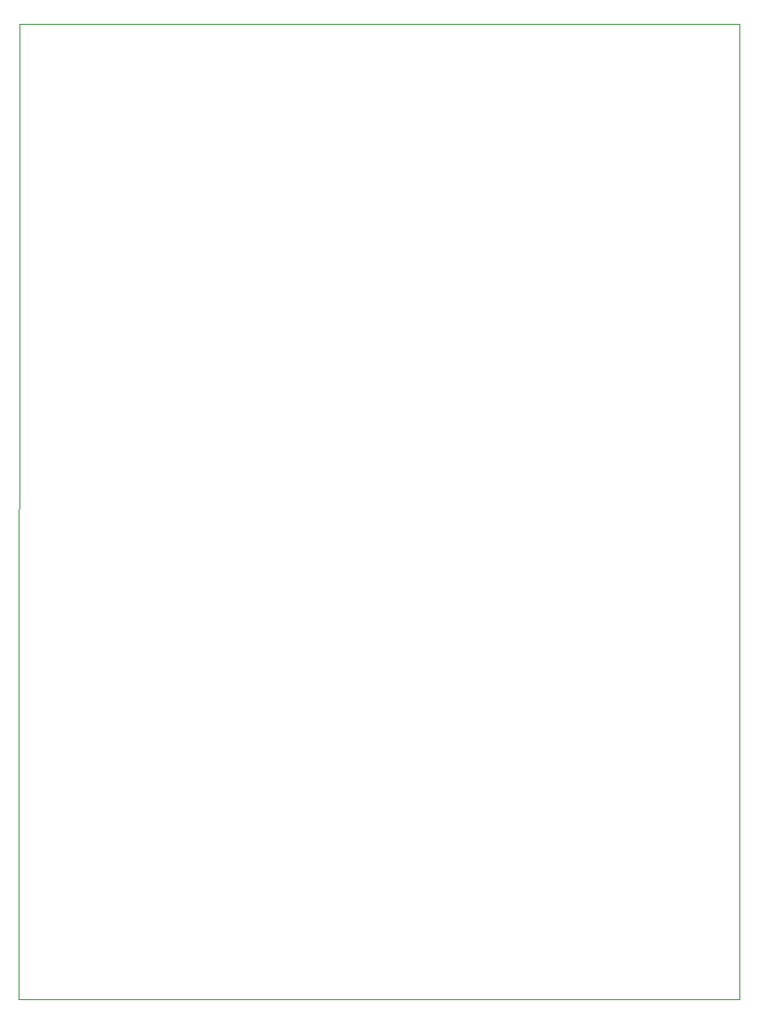
<source format=gbr>
%TF.GenerationSoftware,KiCad,Pcbnew,(5.1.10)-1*%
%TF.CreationDate,2023-07-22T23:02:35-04:00*%
%TF.ProjectId,dynamic clamp pcb,64796e61-6d69-4632-9063-6c616d702070,rev?*%
%TF.SameCoordinates,Original*%
%TF.FileFunction,Profile,NP*%
%FSLAX46Y46*%
G04 Gerber Fmt 4.6, Leading zero omitted, Abs format (unit mm)*
G04 Created by KiCad (PCBNEW (5.1.10)-1) date 2023-07-22 23:02:35*
%MOMM*%
%LPD*%
G01*
G04 APERTURE LIST*
%TA.AperFunction,Profile*%
%ADD10C,0.050000*%
%TD*%
G04 APERTURE END LIST*
D10*
X87376000Y-174371000D02*
X87376000Y-173863000D01*
X18415000Y-173863000D02*
X18415000Y-174371000D01*
X87376000Y-174371000D02*
X18415000Y-174371000D01*
X18415000Y-173863000D02*
X18415000Y-173736000D01*
X87376000Y-173863000D02*
X87376000Y-173736000D01*
X18542000Y-81915000D02*
X18542000Y-81153000D01*
X87249000Y-81153000D02*
X87376000Y-81153000D01*
X18542000Y-81153000D02*
X87249000Y-81153000D01*
X18415000Y-173736000D02*
X18542000Y-81915000D01*
X87376000Y-81153000D02*
X87376000Y-173736000D01*
M02*

</source>
